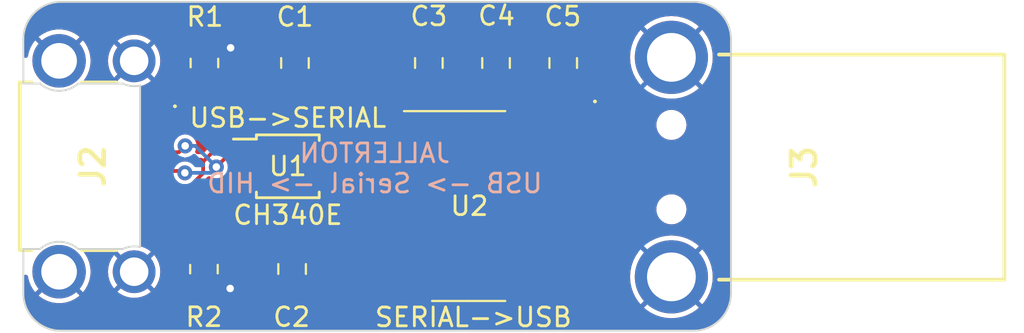
<source format=kicad_pcb>
(kicad_pcb (version 20221018) (generator pcbnew)
  (layers (0 "F.Cu" signal) (31 "B.Cu" signal) (34 "B.Paste" user) (35 "F.Paste" user) (36 "B.SilkS" user "B.Silkscreen") (37 "F.SilkS" user "F.Silkscreen") (38 "B.Mask" user) (39 "F.Mask" user) (44 "Edge.Cuts" user))
  (net 0 "")
  (net 14 "Net-(U2-V33)")
  (net 15 "GND")
  (net 16 "CC1")
  (net 17 "DI+")
  (net 18 "DI-")
  (net 20 "CC2")
  (net 21 "CH340E_TX")
  (net 22 "CH340E_RX")
  (net 24 "USB_VIN")
  (net 25 "Net-(U2-UD-)")
  (net 26 "Net-(U2-UD+)")
  (footprint "Capacitor_SMD:C_0805_2012Metric_Pad1.18x1.45mm_HandSolder" (layer "F.Cu") (at 135.1788 69.2619 90)
    (fp_text reference "C4" (at 2.5107 0.0254) (layer "F.SilkS"))
    (fp_text value "10uF")
    (fp_line (start -0.261252 -0.735) (end 0.261252 -0.735) (stroke (width 0.12)) (layer "F.SilkS"))
    (fp_line (start -0.261252 0.735) (end 0.261252 0.735) (stroke (width 0.12)) (layer "F.SilkS"))
    (pad "1" smd roundrect (at -1.0375 0 90) (size 1.175 1.45) (layers "F.Cu" "F.Paste" "F.Mask") (roundrect_rratio 0.212766) (net 24 "USB_VIN"))
    (pad "2" smd roundrect (at 1.0375 0 90) (size 1.175 1.45) (layers "F.Cu" "F.Paste" "F.Mask") (roundrect_rratio 0.212766) (net 15 "GND"))
  )
  (footprint "Resistor_SMD:R_0805_2012Metric_Pad1.20x1.40mm_HandSolder" (layer "F.Cu") (at 119.6086 80.248 -90)
    (fp_text reference "R2" (at 2.556 0) (layer "F.SilkS"))
    (fp_text value "5.1k")
    (fp_line (start -0.227064 -0.735) (end 0.227064 -0.735) (stroke (width 0.12)) (layer "F.SilkS"))
    (fp_line (start -0.227064 0.735) (end 0.227064 0.735) (stroke (width 0.12)) (layer "F.SilkS"))
    (pad "1" smd roundrect (at -1 0 270) (size 1.2 1.4) (layers "F.Cu" "F.Paste" "F.Mask") (roundrect_rratio 0.2083333333) (net 20 "CC2"))
    (pad "2" smd roundrect (at 1 0 270) (size 1.2 1.4) (layers "F.Cu" "F.Paste" "F.Mask") (roundrect_rratio 0.2083333333) (net 15 "GND"))
  )
  (footprint "Capacitor_SMD:C_0805_2012Metric_Pad1.18x1.45mm_HandSolder" (layer "F.Cu") (at 124.3076 80.2425 -90)
    (fp_text reference "C2" (at 2.5615 0.0254 -180) (layer "F.SilkS"))
    (fp_text value "10uF")
    (fp_line (start -0.261252 -0.735) (end 0.261252 -0.735) (stroke (width 0.12)) (layer "F.SilkS"))
    (fp_line (start -0.261252 0.735) (end 0.261252 0.735) (stroke (width 0.12)) (layer "F.SilkS"))
    (pad "1" smd roundrect (at -1.0375 0 270) (size 1.175 1.45) (layers "F.Cu" "F.Paste" "F.Mask") (roundrect_rratio 0.2127659574) (net 24 "USB_VIN"))
    (pad "2" smd roundrect (at 1.0375 0 270) (size 1.175 1.45) (layers "F.Cu" "F.Paste" "F.Mask") (roundrect_rratio 0.2127659574) (net 15 "GND"))
  )
  (footprint "LibraryLoader:480372200" (layer "F.Cu") (at 152.101 74.811 90)
    (fp_text reference "J3" (at 0 -0.5 90) (layer "F.SilkS") (effects (font (size 1.27 1.27) (thickness 0.254))))
    (fp_text value "48037-2200" hide)
    (fp_line (start -6 -5.035) (end -6 10.175) (stroke (width 0.2)) (layer "F.SilkS"))
    (fp_line (start -6 10.175) (end 6 10.175) (stroke (width 0.2)) (layer "F.SilkS"))
    (fp_line (start 3.5 -11.7) (end 3.5 -11.7) (stroke (width 0.1)) (layer "F.SilkS"))
    (fp_line (start 3.5 -11.6) (end 3.5 -11.6) (stroke (width 0.1)) (layer "F.SilkS"))
    (fp_line (start 6 10.175) (end 6 -5.035) (stroke (width 0.2)) (layer "F.SilkS"))
    (fp_arc (start 3.5 -11.7) (mid 3.55 -11.65) (end 3.5 -11.6) (stroke (width 0.1)) (layer "F.SilkS"))
    (fp_arc (start 3.5 -11.6) (mid 3.45 -11.65) (end 3.5 -11.7) (stroke (width 0.1)) (layer "F.SilkS"))
    (pad "" np_thru_hole circle (at -2.25 -7.575 90) (size 1.1 1.1) (drill 1.1) (layers "*.Cu" "*.Mask"))
    (pad "" np_thru_hole circle (at 2.25 -7.575 90) (size 1.1 1.1) (drill 1.1) (layers "*.Cu" "*.Mask"))
    (pad "1" smd rect (at 3.5 -10.175 90) (size 1.2 2) (layers "F.Cu" "F.Paste" "F.Mask"))
    (pad "2" smd rect (at 1 -10.175 90) (size 1.2 2) (layers "F.Cu" "F.Paste" "F.Mask") (net 25 "Net-(U2-UD-)"))
    (pad "3" smd rect (at -1 -10.175 90) (size 1.2 2) (layers "F.Cu" "F.Paste" "F.Mask") (net 26 "Net-(U2-UD+)"))
    (pad "4" smd rect (at -3.5 -10.175 90) (size 1.2 2) (layers "F.Cu" "F.Paste" "F.Mask") (net 15 "GND"))
    (pad "MH1" thru_hole circle (at 5.85 -7.575 90) (size 3.9 3.9) (drill 2.6) (layers "*.Cu" "*.Mask") (net 15 "GND"))
    (pad "MH2" thru_hole circle (at -5.85 -7.575 90) (size 3.9 3.9) (drill 2.6) (layers "*.Cu" "*.Mask") (net 15 "GND"))
  )
  (footprint "Package_SO:MSOP-10_3x3mm_P0.5mm" (layer "F.Cu") (at 124.079 74.767)
    (fp_text reference "U1" (at 0 0) (layer "F.SilkS"))
    (fp_text value "CH340E" (at 0 2.6) (layer "F.SilkS"))
    (fp_line (start -1.675 -1.675) (end -1.675 -1.45) (stroke (width 0.15)) (layer "F.SilkS"))
    (fp_line (start -1.675 -1.675) (end 1.675 -1.675) (stroke (width 0.15)) (layer "F.SilkS"))
    (fp_line (start -1.675 -1.45) (end -2.9 -1.45) (stroke (width 0.15)) (layer "F.SilkS"))
    (fp_line (start -1.675 1.675) (end -1.675 1.375) (stroke (width 0.15)) (layer "F.SilkS"))
    (fp_line (start -1.675 1.675) (end 1.675 1.675) (stroke (width 0.15)) (layer "F.SilkS"))
    (fp_line (start 1.675 -1.675) (end 1.675 -1.375) (stroke (width 0.15)) (layer "F.SilkS"))
    (fp_line (start 1.675 1.675) (end 1.675 1.375) (stroke (width 0.15)) (layer "F.SilkS"))
    (pad "1" smd rect (at -2.2 -1) (size 1.4 0.3) (layers "F.Cu" "F.Paste" "F.Mask") (net 17 "DI+"))
    (pad "2" smd rect (at -2.2 -0.5) (size 1.4 0.3) (layers "F.Cu" "F.Paste" "F.Mask") (net 18 "DI-"))
    (pad "3" smd rect (at -2.2 0) (size 1.4 0.3) (layers "F.Cu" "F.Paste" "F.Mask") (net 15 "GND"))
    (pad "4" smd rect (at -2.2 0.5) (size 1.4 0.3) (layers "F.Cu" "F.Paste" "F.Mask"))
    (pad "5" smd rect (at -2.2 1) (size 1.4 0.3) (layers "F.Cu" "F.Paste" "F.Mask"))
    (pad "6" smd rect (at 2.2 1) (size 1.4 0.3) (layers "F.Cu" "F.Paste" "F.Mask"))
    (pad "7" smd rect (at 2.2 0.5) (size 1.4 0.3) (layers "F.Cu" "F.Paste" "F.Mask") (net 24 "USB_VIN"))
    (pad "8" smd rect (at 2.2 0) (size 1.4 0.3) (layers "F.Cu" "F.Paste" "F.Mask") (net 21 "CH340E_TX"))
    (pad "9" smd rect (at 2.2 -0.5) (size 1.4 0.3) (layers "F.Cu" "F.Paste" "F.Mask") (net 22 "CH340E_RX"))
    (pad "10" smd rect (at 2.2 -1) (size 1.4 0.3) (layers "F.Cu" "F.Paste" "F.Mask"))
  )
  (footprint "Farnell:USB4520031A" (layer "F.Cu") (at 113.037 74.767 -90)
    (fp_text reference "J2" (at 0 -0.65 90) (layer "F.SilkS") (effects (font (size 1.27 1.27) (thickness 0.254))))
    (fp_text value "USB4520-03-1-A" hide)
    (fp_line (start -4.47 -1.875) (end -4.47 -0.075) (stroke (width 0.2)) (layer "F.SilkS"))
    (fp_line (start -4.47 2.625) (end -4.47 3.25) (stroke (width 0.2)) (layer "F.SilkS"))
    (fp_line (start -4.47 3.25) (end 4.47 3.25) (stroke (width 0.2)) (layer "F.SilkS"))
    (fp_line (start -3.2 -5.075) (end -3.2 -5.075) (stroke (width 0.1)) (layer "F.SilkS"))
    (fp_line (start -3.2 -4.975) (end -3.2 -4.975) (stroke (width 0.1)) (layer "F.SilkS"))
    (fp_line (start 4.47 -1.875) (end 4.47 -0.075) (stroke (width 0.2)) (layer "F.SilkS"))
    (fp_line (start 4.47 3.25) (end 4.47 2.625) (stroke (width 0.2)) (layer "F.SilkS"))
    (fp_arc (start -3.2 -5.075) (mid -3.15 -5.025) (end -3.2 -4.975) (stroke (width 0.1)) (layer "F.SilkS"))
    (fp_arc (start -3.2 -4.975) (mid -3.25 -5.025) (end -3.2 -5.075) (stroke (width 0.1)) (layer "F.SilkS"))
    (pad "A1" smd rect (at -3.2 -4 270) (size 0.6 1.1) (layers "F.Cu" "F.Paste" "F.Mask") (net 15 "GND"))
    (pad "A4" smd rect (at -2.4 -4 270) (size 0.6 1.1) (layers "F.Cu" "F.Paste" "F.Mask") (net 24 "USB_VIN"))
    (pad "A5" smd rect (at -1.25 -4 270) (size 0.3 1.1) (layers "F.Cu" "F.Paste" "F.Mask") (net 16 "CC1"))
    (pad "A6" smd rect (at -0.25 -4 270) (size 0.3 1.1) (layers "F.Cu" "F.Paste" "F.Mask") (net 17 "DI+"))
    (pad "A7" smd rect (at 0.25 -4 270) (size 0.3 1.1) (layers "F.Cu" "F.Paste" "F.Mask") (net 18 "DI-"))
    (pad "A8" smd rect (at 1.25 -4 270) (size 0.3 1.1) (layers "F.Cu" "F.Paste" "F.Mask"))
    (pad "A9" smd rect (at 2.4 -4 270) (size 0.6 1.1) (layers "F.Cu" "F.Paste" "F.Mask") (net 24 "USB_VIN"))
    (pad "A12" smd rect (at 3.2 -4 270) (size 0.6 1.1) (layers "F.Cu" "F.Paste" "F.Mask") (net 15 "GND"))
    (pad "B5" smd rect (at 1.75 -4 270) (size 0.3 1.1) (layers "F.Cu" "F.Paste" "F.Mask") (net 20 "CC2"))
    (pad "B6" smd rect (at 0.75 -4 270) (size 0.3 1.1) (layers "F.Cu" "F.Paste" "F.Mask") (net 17 "DI+"))
    (pad "B7" smd rect (at -0.75 -4 270) (size 0.3 1.1) (layers "F.Cu" "F.Paste" "F.Mask") (net 18 "DI-"))
    (pad "B8" smd rect (at -1.75 -4 270) (size 0.3 1.1) (layers "F.Cu" "F.Paste" "F.Mask"))
    (pad "MH1" thru_hole circle (at -5.62 -2.85 270) (size 2.28 2.28) (drill 1.52) (layers "*.Cu" "*.Mask") (net 15 "GND"))
    (pad "MH2" thru_hole circle (at 5.62 -2.85 270) (size 2.28 2.28) (drill 1.52) (layers "*.Cu" "*.Mask") (net 15 "GND"))
    (pad "MH3" thru_hole circle (at -5.62 1.15 270) (size 2.85 2.85) (drill 1.9) (layers "*.Cu" "*.Mask") (net 15 "GND"))
    (pad "MH4" thru_hole circle (at 5.62 1.15 270) (size 2.85 2.85) (drill 1.9) (layers "*.Cu" "*.Mask") (net 15 "GND"))
  )
  (footprint "Resistor_SMD:R_0805_2012Metric_Pad1.20x1.40mm_HandSolder" (layer "F.Cu") (at 119.634 69.2619 90)
    (fp_text reference "R1" (at 2.4599 0.0254 180) (layer "F.SilkS"))
    (fp_text value "5.1k")
    (fp_line (start -0.227064 -0.735) (end 0.227064 -0.735) (stroke (width 0.12)) (layer "F.SilkS"))
    (fp_line (start -0.227064 0.735) (end 0.227064 0.735) (stroke (width 0.12)) (layer "F.SilkS"))
    (pad "1" smd roundrect (at -1 0 90) (size 1.2 1.4) (layers "F.Cu" "F.Paste" "F.Mask") (roundrect_rratio 0.2083333333) (net 16 "CC1"))
    (pad "2" smd roundrect (at 1 0 90) (size 1.2 1.4) (layers "F.Cu" "F.Paste" "F.Mask") (roundrect_rratio 0.2083333333) (net 15 "GND"))
  )
  (footprint "Package_SO:SOIC-16_3.9x9.9mm_P1.27mm" (layer "F.Cu") (at 133.7198 76.8858)
    (fp_text reference "U2" (at 0.0366 0) (layer "F.SilkS"))
    (fp_text value "CH9329")
    (fp_line (start 0 -5.06) (end -3.45 -5.06) (stroke (width 0.12)) (layer "F.SilkS"))
    (fp_line (start 0 -5.06) (end 1.95 -5.06) (stroke (width 0.12)) (layer "F.SilkS"))
    (fp_line (start 0 5.06) (end -1.95 5.06) (stroke (width 0.12)) (layer "F.SilkS"))
    (fp_line (start 0 5.06) (end 1.95 5.06) (stroke (width 0.12)) (layer "F.SilkS"))
    (pad "1" smd roundrect (at -2.475 -4.445) (size 1.95 0.6) (layers "F.Cu" "F.Paste" "F.Mask"))
    (pad "2" smd roundrect (at -2.475 -3.175) (size 1.95 0.6) (layers "F.Cu" "F.Paste" "F.Mask"))
    (pad "3" smd roundrect (at -2.475 -1.905) (size 1.95 0.6) (layers "F.Cu" "F.Paste" "F.Mask"))
    (pad "4" smd roundrect (at -2.475 -0.635) (size 1.95 0.6) (layers "F.Cu" "F.Paste" "F.Mask"))
    (pad "5" smd roundrect (at -2.475 0.635) (size 1.95 0.6) (layers "F.Cu" "F.Paste" "F.Mask"))
    (pad "6" smd roundrect (at -2.475 1.905) (size 1.95 0.6) (layers "F.Cu" "F.Paste" "F.Mask"))
    (pad "7" smd roundrect (at -2.475 3.175) (size 1.95 0.6) (layers "F.Cu" "F.Paste" "F.Mask") (net 22 "CH340E_RX"))
    (pad "8" smd roundrect (at -2.475 4.445) (size 1.95 0.6) (layers "F.Cu" "F.Paste" "F.Mask") (net 21 "CH340E_TX"))
    (pad "9" smd roundrect (at 2.475 4.445) (size 1.95 0.6) (layers "F.Cu" "F.Paste" "F.Mask"))
    (pad "10" smd roundrect (at 2.475 3.175) (size 1.95 0.6) (layers "F.Cu" "F.Paste" "F.Mask"))
    (pad "11" smd roundrect (at 2.475 1.905) (size 1.95 0.6) (layers "F.Cu" "F.Paste" "F.Mask"))
    (pad "12" smd roundrect (at 2.475 0.635) (size 1.95 0.6) (layers "F.Cu" "F.Paste" "F.Mask") (net 26 "Net-(U2-UD+)"))
    (pad "13" smd roundrect (at 2.475 -0.635) (size 1.95 0.6) (layers "F.Cu" "F.Paste" "F.Mask") (net 25 "Net-(U2-UD-)"))
    (pad "14" smd roundrect (at 2.475 -1.905) (size 1.95 0.6) (layers "F.Cu" "F.Paste" "F.Mask") (net 15 "GND"))
    (pad "15" smd roundrect (at 2.475 -3.175) (size 1.95 0.6) (layers "F.Cu" "F.Paste" "F.Mask") (net 24 "USB_VIN"))
    (pad "16" smd roundrect (at 2.475 -4.445) (size 1.95 0.6) (layers "F.Cu" "F.Paste" "F.Mask") (net 14 "Net-(U2-V33)"))
  )
  (footprint "Capacitor_SMD:C_0805_2012Metric_Pad1.18x1.45mm_HandSolder" (layer "F.Cu") (at 138.7602 69.2619 -90)
    (fp_text reference "C5" (at -2.4853 0.0254) (layer "F.SilkS"))
    (fp_text value "100nF")
    (fp_line (start -0.261252 -0.735) (end 0.261252 -0.735) (stroke (width 0.12)) (layer "F.SilkS"))
    (fp_line (start -0.261252 0.735) (end 0.261252 0.735) (stroke (width 0.12)) (layer "F.SilkS"))
    (pad "1" smd roundrect (at -1.0375 0 270) (size 1.175 1.45) (layers "F.Cu" "F.Paste" "F.Mask") (roundrect_rratio 0.212766) (net 15 "GND"))
    (pad "2" smd roundrect (at 1.0375 0 270) (size 1.175 1.45) (layers "F.Cu" "F.Paste" "F.Mask") (roundrect_rratio 0.212766) (net 14 "Net-(U2-V33)"))
  )
  (footprint "Capacitor_SMD:C_0805_2012Metric_Pad1.18x1.45mm_HandSolder" (layer "F.Cu") (at 131.5974 69.2619 90)
    (fp_text reference "C3" (at 2.4931 0) (layer "F.SilkS"))
    (fp_text value "100nF")
    (fp_line (start -0.261252 -0.735) (end 0.261252 -0.735) (stroke (width 0.12)) (layer "F.SilkS"))
    (fp_line (start -0.261252 0.735) (end 0.261252 0.735) (stroke (width 0.12)) (layer "F.SilkS"))
    (pad "1" smd roundrect (at -1.0375 0 90) (size 1.175 1.45) (layers "F.Cu" "F.Paste" "F.Mask") (roundrect_rratio 0.212766) (net 24 "USB_VIN"))
    (pad "2" smd roundrect (at 1.0375 0 90) (size 1.175 1.45) (layers "F.Cu" "F.Paste" "F.Mask") (roundrect_rratio 0.212766) (net 15 "GND"))
  )
  (footprint "Capacitor_SMD:C_0805_2012Metric_Pad1.18x1.45mm_HandSolder" (layer "F.Cu") (at 124.46 69.2619 90)
    (fp_text reference "C1" (at 2.4599 0 180) (layer "F.SilkS"))
    (fp_text value "100nF")
    (fp_line (start -0.261252 -0.735) (end 0.261252 -0.735) (stroke (width 0.12)) (layer "F.SilkS"))
    (fp_line (start -0.261252 0.735) (end 0.261252 0.735) (stroke (width 0.12)) (layer "F.SilkS"))
    (pad "1" smd roundrect (at -1.0375 0 90) (size 1.175 1.45) (layers "F.Cu" "F.Paste" "F.Mask") (roundrect_rratio 0.2127659574) (net 24 "USB_VIN"))
    (pad "2" smd roundrect (at 1.0375 0 90) (size 1.175 1.45) (layers "F.Cu" "F.Paste" "F.Mask") (roundrect_rratio 0.2127659574) (net 15 "GND"))
  )
  (gr_arc (start 111.982 83.53) (mid 110.567786 82.944214) (end 109.982 81.53) (stroke (width 0.1)) (layer "Edge.Cuts"))
  (gr_arc (start 112.903 70.358) (mid 111.887 70.744283) (end 110.871 70.358) (stroke (width 0.1)) (layer "Edge.Cuts"))
  (gr_arc (start 109.982 68.004) (mid 110.567786 66.589786) (end 111.982 66.004) (stroke (width 0.1)) (layer "Edge.Cuts"))
  (gr_arc (start 147.701 81.53) (mid 147.115214 82.944214) (end 145.701 83.53) (stroke (width 0.1)) (layer "Edge.Cuts"))
  (gr_line (start 112.903 79.176) (end 115.290182 79.175147) (stroke (width 0.1)) (layer "Edge.Cuts"))
  (gr_line (start 109.982 68.004) (end 109.982 70.358) (stroke (width 0.1)) (layer "Edge.Cuts"))
  (gr_arc (start 145.701 66.004) (mid 147.115214 66.589786) (end 147.701 68.004) (stroke (width 0.1)) (layer "Edge.Cuts"))
  (gr_line (start 110.871 70.358) (end 109.982 70.358) (stroke (width 0.1)) (layer "Edge.Cuts"))
  (gr_line (start 110.871 79.176) (end 109.982 79.176) (stroke (width 0.1)) (layer "Edge.Cuts"))
  (gr_line (start 111.982 66.004) (end 145.701 66.004) (stroke (width 0.1)) (layer "Edge.Cuts"))
  (gr_arc (start 115.290182 79.175147) (mid 115.738799 79.044945) (end 116.205 79.0744) (stroke (width 0.1)) (layer "Edge.Cuts"))
  (gr_arc (start 116.205 70.4596) (mid 115.738799 70.489062) (end 115.290182 70.358853) (stroke (width 0.1)) (layer "Edge.Cuts"))
  (gr_line (start 147.701 68.004) (end 147.701 81.53) (stroke (width 0.1)) (layer "Edge.Cuts"))
  (gr_line (start 145.701 83.53) (end 111.982 83.53) (stroke (width 0.1)) (layer "Edge.Cuts"))
  (gr_line (start 112.903 70.358) (end 115.290182 70.358853) (stroke (width 0.1)) (layer "Edge.Cuts"))
  (gr_arc (start 110.871 79.176) (mid 111.887 78.789717) (end 112.903 79.176) (stroke (width 0.1)) (layer "Edge.Cuts"))
  (gr_line (start 109.982 81.53) (end 109.982 79.176) (stroke (width 0.1)) (layer "Edge.Cuts"))
  (gr_line (start 116.205 70.4596) (end 116.205 79.0744) (stroke (width 0.1)) (layer "Edge.Cuts"))
  (gr_text "JALLERTON\nUSB -> Serial -> HID" (at 128.7145 76.2645) (layer "B.SilkS") (effects (font (size 1 1)) (justify bottom mirror)))
  (gr_text "SERIAL->USB" (at 128.632301 83.3988) (layer "F.SilkS") (effects (font (size 1 1)) (justify left bottom)))
  (gr_text "USB->SERIAL" (at 118.745 72.771) (layer "F.SilkS") (effects (font (size 1 1)) (justify left bottom)))
  (segment (start 138.7602 70.2994) (end 138.3362 70.2994) (width 0.25) (layer "F.Cu") (net 14))
  (segment (start 138.3362 70.2994) (end 136.1948 72.4408) (width 0.25) (layer "F.Cu") (net 14))
  (via (at 121.0056 81.28) (size 0.8) (drill 0.4) (layers "F.Cu" "B.Cu") (net 15))
  (via (at 121.031 68.453) (size 0.8) (drill 0.4) (layers "F.Cu" "B.Cu") (net 15))
  (segment (start 117.037 73.517) (end 117.745 73.517) (width 0.25) (layer "F.Cu") (net 16))
  (segment (start 117.745 73.517) (end 119.634 71.628) (width 0.25) (layer "F.Cu") (net 16))
  (segment (start 119.634 71.628) (end 119.634 70.2619) (width 0.25) (layer "F.Cu") (net 16))
  (segment (start 120.31505 73.767) (end 121.879 73.767) (width 0.2) (layer "F.Cu") (net 17))
  (segment (start 117.887 74.417) (end 119.46505 74.417) (width 0.2) (layer "F.Cu") (net 17))
  (segment (start 119.56505 74.517) (end 120.31505 73.767) (width 0.2) (layer "F.Cu") (net 17))
  (segment (start 119.56505 75.133107) (end 119.56505 74.517) (width 0.2) (layer "F.Cu") (net 17))
  (segment (start 117.037 74.517) (end 117.787 74.517) (width 0.2) (layer "F.Cu") (net 17))
  (segment (start 118.002257 75.517) (end 118.301757 75.8165) (width 0.2) (layer "F.Cu") (net 17))
  (segment (start 118.301757 75.8165) (end 118.881657 75.8165) (width 0.2) (layer "F.Cu") (net 17))
  (segment (start 117.787 74.517) (end 117.887 74.417) (width 0.2) (layer "F.Cu") (net 17))
  (segment (start 119.46505 74.417) (end 119.56505 74.517) (width 0.2) (layer "F.Cu") (net 17))
  (segment (start 118.881657 75.8165) (end 119.56505 75.133107) (width 0.2) (layer "F.Cu") (net 17))
  (segment (start 117.037 75.517) (end 118.002257 75.517) (width 0.2) (layer "F.Cu") (net 17))
  (segment (start 117.037 74.017) (end 118.269598 74.017) (width 0.2) (layer "F.Cu") (net 18))
  (segment (start 118.269598 74.017) (end 118.607583 73.679015) (width 0.2) (layer "F.Cu") (net 18))
  (segment (start 118.492207 75.017) (end 117.037 75.017) (width 0.2) (layer "F.Cu") (net 18))
  (segment (start 120.269 74.803) (end 120.805 74.267) (width 0.2) (layer "F.Cu") (net 18))
  (segment (start 120.805 74.267) (end 121.879 74.267) (width 0.2) (layer "F.Cu") (net 18))
  (segment (start 118.591707 75.1165) (end 118.492207 75.017) (width 0.2) (layer "F.Cu") (net 18))
  (via (at 118.607583 73.679015) (size 0.8) (drill 0.4) (layers "F.Cu" "B.Cu") (net 18))
  (via (at 120.269 74.803) (size 0.8) (drill 0.4) (layers "F.Cu" "B.Cu") (net 18))
  (via (at 118.591707 75.1165) (size 0.8) (drill 0.4) (layers "F.Cu" "B.Cu") (net 18))
  (segment (start 119.9555 75.1165) (end 120.269 74.803) (width 0.2) (layer "B.Cu") (net 18))
  (segment (start 118.607583 73.679015) (end 119.145015 73.679015) (width 0.2) (layer "B.Cu") (net 18))
  (segment (start 119.145015 73.679015) (end 120.269 74.803) (width 0.2) (layer "B.Cu") (net 18))
  (segment (start 118.591707 75.1165) (end 119.9555 75.1165) (width 0.2) (layer "B.Cu") (net 18))
  (segment (start 119.6086 77.975428) (end 119.6086 79.248) (width 0.25) (layer "F.Cu") (net 20))
  (segment (start 117.037 76.517) (end 118.150172 76.517) (width 0.25) (layer "F.Cu") (net 20))
  (segment (start 118.150172 76.517) (end 119.6086 77.975428) (width 0.25) (layer "F.Cu") (net 20))
  (segment (start 127.142604 74.767) (end 129.4948 77.119196) (width 0.25) (layer "F.Cu") (net 21))
  (segment (start 126.279 74.767) (end 127.142604 74.767) (width 0.25) (layer "F.Cu") (net 21))
  (segment (start 130.4544 81.3308) (end 131.2448 81.3308) (width 0.25) (layer "F.Cu") (net 21))
  (segment (start 129.4948 80.3712) (end 130.4544 81.3308) (width 0.25) (layer "F.Cu") (net 21))
  (segment (start 129.4948 77.119196) (end 129.4948 80.3712) (width 0.25) (layer "F.Cu") (net 21))
  (segment (start 129.9448 79.137551) (end 130.868049 80.0608) (width 0.25) (layer "F.Cu") (net 22))
  (segment (start 127.279 74.267) (end 129.9448 76.9328) (width 0.25) (layer "F.Cu") (net 22))
  (segment (start 129.9448 76.9328) (end 129.9448 79.137551) (width 0.25) (layer "F.Cu") (net 22))
  (segment (start 126.279 74.267) (end 127.279 74.267) (width 0.25) (layer "F.Cu") (net 22))
  (segment (start 130.868049 80.0608) (end 131.2448 80.0608) (width 0.25) (layer "F.Cu") (net 22))
  (segment (start 134.7698 70.7084) (end 134.7698 72.839328) (width 0.5) (layer "F.Cu") (net 24))
  (segment (start 134.7698 72.839328) (end 135.641272 73.7108) (width 0.5) (layer "F.Cu") (net 24))
  (segment (start 117.987 72.367) (end 117.037 72.367) (width 0.5) (layer "F.Cu") (net 24))
  (segment (start 117.987 77.167) (end 118.037 77.217) (width 0.5) (layer "F.Cu") (net 24))
  (segment (start 118.037 77.217) (end 118.037 81.5118) (width 0.5) (layer "F.Cu") (net 24))
  (segment (start 121.3725 67.2119) (end 124.46 70.2994) (width 0.5) (layer "F.Cu") (net 24))
  (segment (start 121.1658 82.3468) (end 124.3076 79.205) (width 0.5) (layer "F.Cu") (net 24))
  (segment (start 118.037 68.0434) (end 118.8685 67.2119) (width 0.5) (layer "F.Cu") (net 24))
  (segment (start 126.279 75.267) (end 124.543 75.267) (width 0.25) (layer "F.Cu") (net 24))
  (segment (start 124.46 70.2994) (end 124.46 75.184) (width 0.5) (layer "F.Cu") (net 24))
  (segment (start 117.987 72.367) (end 118.037 72.317) (width 0.5) (layer "F.Cu") (net 24))
  (segment (start 131.3688 70.528) (end 131.5974 70.2994) (width 0.5) (layer "F.Cu") (net 24))
  (segment (start 131.5974 70.2994) (end 135.1788 70.2994) (width 0.5) (layer "F.Cu") (net 24))
  (segment (start 124.46 70.2994) (end 131.5974 70.2994) (width 0.5) (layer "F.Cu") (net 24))
  (segment (start 124.543 75.267) (end 124.46 75.184) (width 0.25) (layer "F.Cu") (net 24))
  (segment (start 124.1806 79.078) (end 124.3076 79.205) (width 0.5) (layer "F.Cu") (net 24))
  (segment (start 118.872 82.3468) (end 121.1658 82.3468) (width 0.5) (layer "F.Cu") (net 24))
  (segment (start 118.037 81.5118) (end 118.872 82.3468) (width 0.5) (layer "F.Cu") (net 24))
  (segment (start 124.46 75.184) (end 124.46 79.0526) (width 0.5) (layer "F.Cu") (net 24))
  (segment (start 135.1788 70.2994) (end 134.7698 70.7084) (width 0.5) (layer "F.Cu") (net 24))
  (segment (start 121.3725 67.2119) (end 118.8685 67.2119) (width 0.5) (layer "F.Cu") (net 24))
  (segment (start 117.037 77.167) (end 117.987 77.167) (width 0.5) (layer "F.Cu") (net 24))
  (segment (start 118.037 72.317) (end 118.037 68.0434) (width 0.5) (layer "F.Cu") (net 24))
  (segment (start 135.641272 73.7108) (end 136.1948 73.7108) (width 0.5) (layer "F.Cu") (net 24))
  (segment (start 124.46 79.0526) (end 124.3076 79.205) (width 0.5) (layer "F.Cu") (net 24))
  (segment (start 140.565 73.811) (end 141.926 73.811) (width 0.25) (layer "F.Cu") (net 25))
  (segment (start 138.1252 76.2508) (end 140.565 73.811) (width 0.25) (layer "F.Cu") (net 25))
  (segment (start 136.1948 76.2508) (end 138.1252 76.2508) (width 0.25) (layer "F.Cu") (net 25))
  (segment (start 138.6586 77.5208) (end 136.1948 77.5208) (width 0.25) (layer "F.Cu") (net 26))
  (segment (start 141.926 75.811) (end 140.3684 75.811) (width 0.25) (layer "F.Cu") (net 26))
  (segment (start 140.3684 75.811) (end 138.6586 77.5208) (width 0.25) (layer "F.Cu") (net 26))
  (zone (net 15) (net_name "GND") (layers "F&B.Cu") (connect_pads (clearance 0.2)) (min_thickness 0.25) (fill yes (thermal_gap 0.25) (thermal_bridge_width 0.25))
    (polygon (pts (xy 109.982 66.004) (xy 147.701 66.004) (xy 147.701 83.53) (xy 109.982 83.53)))
  )
)
</source>
